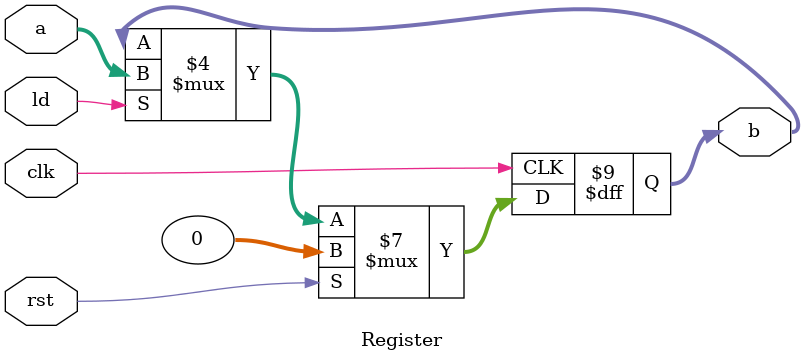
<source format=v>
module Register(input[31:0] a,
				output reg [31:0] b,
				input clk,rst,ld);


	always@(posedge clk) begin
		if (rst == 1)
			b <= 0;
		else if (ld == 1)
			b <= a;
	
end
endmodule

</source>
